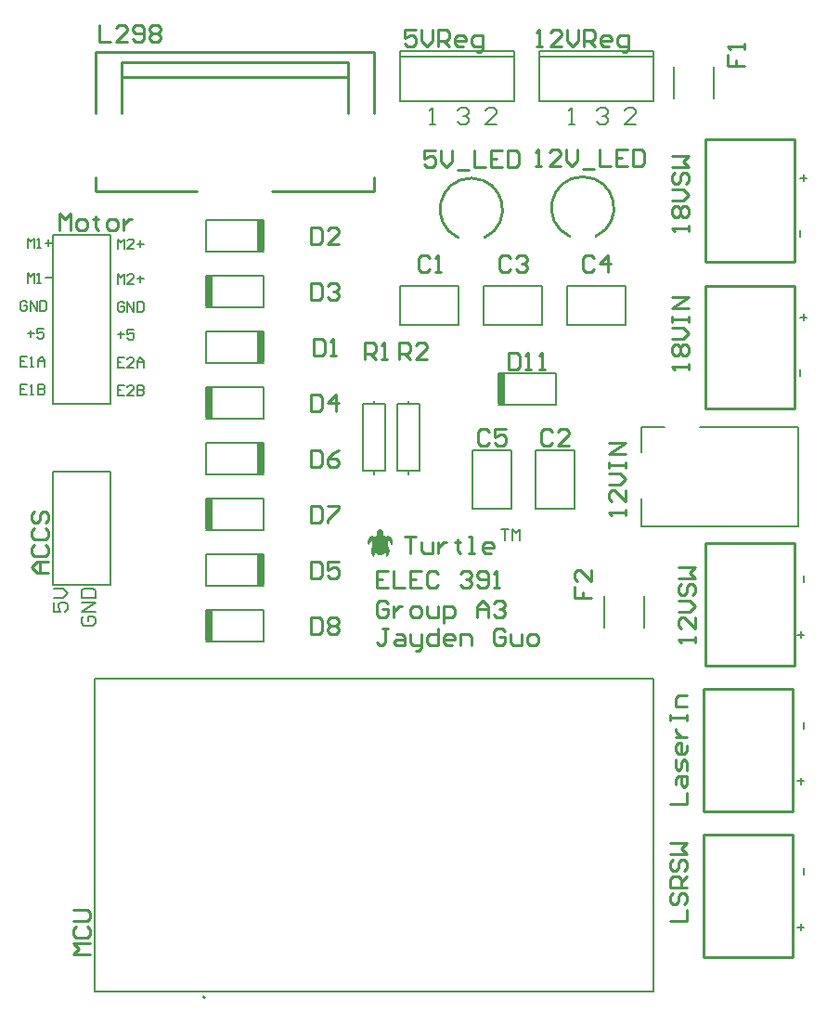
<source format=gto>
G04*
G04 #@! TF.GenerationSoftware,Altium Limited,Altium Designer,24.0.1 (36)*
G04*
G04 Layer_Color=65535*
%FSLAX44Y44*%
%MOMM*%
G71*
G04*
G04 #@! TF.SameCoordinates,43BDCCDE-791F-4BA8-B158-4DCCD13140C2*
G04*
G04*
G04 #@! TF.FilePolarity,Positive*
G04*
G01*
G75*
%ADD10C,0.2000*%
%ADD11C,0.2540*%
%ADD12C,0.1524*%
%ADD13C,0.1270*%
%ADD14C,0.2032*%
%ADD15C,0.1500*%
%ADD16R,0.8000X2.8000*%
G36*
X343535Y450003D02*
X344170D01*
Y449792D01*
X344593D01*
Y449580D01*
X344805D01*
Y449368D01*
X345228D01*
Y449157D01*
X345440D01*
Y448945D01*
X345652D01*
Y448733D01*
X345863D01*
Y448310D01*
X346075D01*
Y448098D01*
X346287D01*
Y447675D01*
X346498D01*
Y447252D01*
X346710D01*
Y446828D01*
X346922D01*
Y446193D01*
X347133D01*
Y445347D01*
X347345D01*
Y443653D01*
X347133D01*
Y442807D01*
X346922D01*
Y442172D01*
X346710D01*
Y441960D01*
X346075D01*
Y442172D01*
X345863D01*
Y442595D01*
X345652D01*
Y442807D01*
X345440D01*
Y443230D01*
X345228D01*
Y443653D01*
X345017D01*
Y444077D01*
X344805D01*
Y444288D01*
X344593D01*
Y444500D01*
X344382D01*
Y444923D01*
X344170D01*
Y445135D01*
X343747D01*
Y445347D01*
X343323D01*
Y445558D01*
X342900D01*
Y444500D01*
X343112D01*
Y442807D01*
X343323D01*
Y441748D01*
X343112D01*
Y440267D01*
X343323D01*
Y439843D01*
X343535D01*
Y439632D01*
X343747D01*
Y439208D01*
X343958D01*
Y438573D01*
X344170D01*
Y437727D01*
X344382D01*
Y435187D01*
X344170D01*
Y434128D01*
X343958D01*
Y433705D01*
X343747D01*
Y433070D01*
X343535D01*
Y432858D01*
X343323D01*
Y432435D01*
X343112D01*
Y432223D01*
X342900D01*
Y432012D01*
X342688D01*
Y431588D01*
X342477D01*
Y431377D01*
X342265D01*
Y431165D01*
X341842D01*
Y430953D01*
X341418D01*
Y431165D01*
X341207D01*
Y432223D01*
X340995D01*
Y434552D01*
X340783D01*
Y434975D01*
X340572D01*
Y434763D01*
X340360D01*
Y434552D01*
X340148D01*
Y434340D01*
X339937D01*
Y434128D01*
X339725D01*
Y433917D01*
X339302D01*
Y433705D01*
X339090D01*
Y433493D01*
X338667D01*
Y433282D01*
X338243D01*
Y433070D01*
X337820D01*
Y432858D01*
X336973D01*
Y432647D01*
X334857D01*
Y432858D01*
X334010D01*
Y433070D01*
X333587D01*
Y433282D01*
X333163D01*
Y433493D01*
X332740D01*
Y433705D01*
X332528D01*
Y433917D01*
X332105D01*
Y434128D01*
X331893D01*
Y434340D01*
X331682D01*
Y434552D01*
X331470D01*
Y434763D01*
X331258D01*
Y434975D01*
X331047D01*
Y434552D01*
X330835D01*
Y432223D01*
X330623D01*
Y431165D01*
X330412D01*
Y430953D01*
X329988D01*
Y431165D01*
X329565D01*
Y431377D01*
X329353D01*
Y431588D01*
X329142D01*
Y432012D01*
X328930D01*
Y432223D01*
X328718D01*
Y432435D01*
X328507D01*
Y432858D01*
X328295D01*
Y433070D01*
X328083D01*
Y433705D01*
X327872D01*
Y434128D01*
X327660D01*
Y435187D01*
X327448D01*
Y437727D01*
X327660D01*
Y438573D01*
X327872D01*
Y439208D01*
X328083D01*
Y439632D01*
X328295D01*
Y439843D01*
X328507D01*
Y440267D01*
X328718D01*
Y441748D01*
X328507D01*
Y442807D01*
X328718D01*
Y444500D01*
X328930D01*
Y445558D01*
X328507D01*
Y445347D01*
X328083D01*
Y445135D01*
X327660D01*
Y444923D01*
X327448D01*
Y444500D01*
X327237D01*
Y444288D01*
X327025D01*
Y444077D01*
X326813D01*
Y443653D01*
X326602D01*
Y443230D01*
X326390D01*
Y442807D01*
X326178D01*
Y442595D01*
X325967D01*
Y442172D01*
X325755D01*
Y441960D01*
X325120D01*
Y442172D01*
X324908D01*
Y442807D01*
X324697D01*
Y443653D01*
X324485D01*
Y445347D01*
X324697D01*
Y446193D01*
X324908D01*
Y446828D01*
X325120D01*
Y447252D01*
X325332D01*
Y447675D01*
X325543D01*
Y448098D01*
X325755D01*
Y448310D01*
X325967D01*
Y448733D01*
X326178D01*
Y448945D01*
X326390D01*
Y449157D01*
X326602D01*
Y449368D01*
X327025D01*
Y449580D01*
X327237D01*
Y449792D01*
X327660D01*
Y450003D01*
X329353D01*
Y449792D01*
X329565D01*
Y449580D01*
X330200D01*
Y449368D01*
X331258D01*
Y449580D01*
X331470D01*
Y449792D01*
X331682D01*
Y450003D01*
X332105D01*
Y450215D01*
X332317D01*
Y450427D01*
X332528D01*
Y450638D01*
X332740D01*
Y450850D01*
X332952D01*
Y451908D01*
X332740D01*
Y452967D01*
X332952D01*
Y453813D01*
X333163D01*
Y454237D01*
X333375D01*
Y454448D01*
X333587D01*
Y454872D01*
X333798D01*
Y455083D01*
X334010D01*
Y455295D01*
X334222D01*
Y455507D01*
X334433D01*
Y455718D01*
X334645D01*
Y455930D01*
X334857D01*
Y456142D01*
X335280D01*
Y456353D01*
X336550D01*
Y456142D01*
X336973D01*
Y455930D01*
X337185D01*
Y455718D01*
X337397D01*
Y455507D01*
X337608D01*
Y455295D01*
X337820D01*
Y455083D01*
X338032D01*
Y454872D01*
X338243D01*
Y454448D01*
X338455D01*
Y454237D01*
X338667D01*
Y453813D01*
X338878D01*
Y452967D01*
X339090D01*
Y451908D01*
X338878D01*
Y450850D01*
X339090D01*
Y450638D01*
X339302D01*
Y450427D01*
X339513D01*
Y450215D01*
X339725D01*
Y450003D01*
X340148D01*
Y449792D01*
X340360D01*
Y449580D01*
X340572D01*
Y449368D01*
X341630D01*
Y449580D01*
X342265D01*
Y449792D01*
X342477D01*
Y450003D01*
X343323D01*
X343535D01*
D02*
G37*
D10*
X176050Y29300D02*
G03*
X176050Y29300I-1000J0D01*
G01*
X506730Y642620D02*
X560070D01*
X506730Y678180D02*
X560070D01*
X506730Y642620D02*
Y678180D01*
X560070Y642620D02*
Y678180D01*
X37211Y405511D02*
X89789D01*
X37211Y508889D02*
X89789D01*
Y405511D02*
Y508889D01*
X37211Y405511D02*
Y508889D01*
X229700Y354300D02*
Y382300D01*
X176700Y354300D02*
X229700D01*
X176700Y382300D02*
X229700D01*
X481400Y887600D02*
X585400D01*
X481400Y846455D02*
Y892600D01*
Y846455D02*
X585400D01*
Y892600D01*
X481400D02*
X585400D01*
X430530Y678180D02*
X483870D01*
X430530Y642620D02*
X483870D01*
Y678180D01*
X430530Y642620D02*
Y678180D01*
X176700Y405100D02*
Y433100D01*
X229700D01*
X176700Y405100D02*
X229700D01*
Y455900D02*
Y483900D01*
X176700Y455900D02*
X229700D01*
X176700Y483900D02*
X229700D01*
X176700Y506700D02*
Y534700D01*
X229700D01*
X176700Y506700D02*
X229700D01*
X320040Y509270D02*
X340360D01*
X320040D02*
Y570230D01*
X340360D01*
Y509270D02*
Y570230D01*
X330200Y506095D02*
Y509270D01*
Y570230D02*
Y573405D01*
X351790Y509270D02*
X372110D01*
X351790D02*
Y570230D01*
X372110D01*
Y509270D02*
Y570230D01*
X361950Y506095D02*
Y509270D01*
Y570230D02*
Y573405D01*
X354400Y887600D02*
X458400D01*
X354400Y846455D02*
Y892600D01*
Y846455D02*
X458400D01*
Y892600D01*
X354400D02*
X458400D01*
X574040Y459190D02*
X717550D01*
Y549190D01*
X574040Y526190D02*
Y549190D01*
X595630D01*
X627380D02*
X717550D01*
X574040Y459190D02*
Y483870D01*
X455930Y474980D02*
Y528320D01*
X420370Y474980D02*
Y528320D01*
Y474980D02*
X455930D01*
X420370Y528320D02*
X455930D01*
X496400Y570200D02*
Y598200D01*
X443400Y570200D02*
X496400D01*
X443400Y598200D02*
X496400D01*
X229700Y557500D02*
Y585500D01*
X176700Y557500D02*
X229700D01*
X176700Y585500D02*
X229700D01*
X176700Y709900D02*
Y737900D01*
X229700D01*
X176700Y709900D02*
X229700D01*
Y659100D02*
Y687100D01*
X176700Y659100D02*
X229700D01*
X176700Y687100D02*
X229700D01*
X176700Y608300D02*
Y636300D01*
X229700D01*
X176700Y608300D02*
X229700D01*
X354330Y678180D02*
X407670D01*
X354330Y642620D02*
X407670D01*
Y678180D01*
X354330Y642620D02*
Y678180D01*
X37211Y570230D02*
Y724789D01*
Y570230D02*
X89789D01*
Y724789D01*
X37211D02*
X89789D01*
X513080Y474980D02*
Y528320D01*
X477520Y474980D02*
Y528320D01*
Y474980D02*
X513080D01*
X477520Y528320D02*
X513080D01*
D11*
X532723Y723517D02*
G03*
X508677Y723517I-12023J25783D01*
G01*
X431123Y722247D02*
G03*
X407077Y722247I-12023J25783D01*
G01*
X631190Y65730D02*
Y177490D01*
X712470Y65730D02*
Y177490D01*
X631190Y65730D02*
X712470D01*
X631190Y177490D02*
X712470D01*
X631190Y199080D02*
Y310840D01*
X712470Y199080D02*
Y310840D01*
X631190Y199080D02*
X712470D01*
X631190Y310840D02*
X712470D01*
X713740Y331470D02*
Y443230D01*
X632460Y331470D02*
Y443230D01*
X713740D01*
X632460Y331470D02*
X713740D01*
Y566420D02*
Y678180D01*
X632460Y566420D02*
Y678180D01*
X713740D01*
X632460Y566420D02*
X713740D01*
X632460Y699770D02*
Y811530D01*
X713740Y699770D02*
Y811530D01*
X632460Y699770D02*
X713740D01*
X632460Y811530D02*
X713740D01*
X306705Y835787D02*
Y868934D01*
X99695D02*
X306705D01*
Y882142D01*
X99695Y835787D02*
Y868934D01*
Y882142D01*
X306705D01*
X76200Y891794D02*
X330200D01*
X237490Y764794D02*
X330200D01*
X76200D02*
X168910D01*
X76200Y835914D02*
Y891794D01*
X330200Y835914D02*
Y891794D01*
X76200Y764794D02*
Y777494D01*
X330200Y764794D02*
Y777494D01*
X513083Y403861D02*
Y393704D01*
X520700D01*
Y398783D01*
Y393704D01*
X528317D01*
Y419096D02*
Y408939D01*
X518161Y419096D01*
X515622D01*
X513083Y416557D01*
Y411478D01*
X515622Y408939D01*
X530861Y703578D02*
X528322Y706117D01*
X523243D01*
X520704Y703578D01*
Y693422D01*
X523243Y690882D01*
X528322D01*
X530861Y693422D01*
X543557Y690882D02*
Y706117D01*
X535939Y698500D01*
X546096D01*
X33017Y416569D02*
X22861D01*
X17782Y421647D01*
X22861Y426726D01*
X33017D01*
X25400D01*
Y416569D01*
X20322Y441961D02*
X17782Y439422D01*
Y434343D01*
X20322Y431804D01*
X30478D01*
X33017Y434343D01*
Y439422D01*
X30478Y441961D01*
X20322Y457196D02*
X17782Y454657D01*
Y449578D01*
X20322Y447039D01*
X30478D01*
X33017Y449578D01*
Y454657D01*
X30478Y457196D01*
X20322Y472431D02*
X17782Y469892D01*
Y464813D01*
X20322Y462274D01*
X22861D01*
X25400Y464813D01*
Y469892D01*
X27939Y472431D01*
X30478D01*
X33017Y469892D01*
Y464813D01*
X30478Y462274D01*
X273054Y375918D02*
Y360682D01*
X280672D01*
X283211Y363222D01*
Y373378D01*
X280672Y375918D01*
X273054D01*
X288289Y373378D02*
X290828Y375918D01*
X295907D01*
X298446Y373378D01*
Y370839D01*
X295907Y368300D01*
X298446Y365761D01*
Y363222D01*
X295907Y360682D01*
X290828D01*
X288289Y363222D01*
Y365761D01*
X290828Y368300D01*
X288289Y370839D01*
Y373378D01*
X290828Y368300D02*
X295907D01*
X600712Y98762D02*
X615947D01*
Y108918D01*
X603252Y124153D02*
X600712Y121614D01*
Y116536D01*
X603252Y113997D01*
X605791D01*
X608330Y116536D01*
Y121614D01*
X610869Y124153D01*
X613408D01*
X615947Y121614D01*
Y116536D01*
X613408Y113997D01*
X615947Y129232D02*
X600712D01*
Y136849D01*
X603252Y139388D01*
X608330D01*
X610869Y136849D01*
Y129232D01*
Y134310D02*
X615947Y139388D01*
X603252Y154623D02*
X600712Y152084D01*
Y147006D01*
X603252Y144467D01*
X605791D01*
X608330Y147006D01*
Y152084D01*
X610869Y154623D01*
X613408D01*
X615947Y152084D01*
Y147006D01*
X613408Y144467D01*
X600712Y159702D02*
X615947D01*
X610869Y164780D01*
X615947Y169858D01*
X600712D01*
X600713Y205446D02*
X615947D01*
Y215603D01*
X605791Y223220D02*
Y228299D01*
X608330Y230838D01*
X615947D01*
Y223220D01*
X613408Y220681D01*
X610869Y223220D01*
Y230838D01*
X615947Y235916D02*
Y243534D01*
X613408Y246073D01*
X610869Y243534D01*
Y238455D01*
X608330Y235916D01*
X605791Y238455D01*
Y246073D01*
X615947Y258769D02*
Y253690D01*
X613408Y251151D01*
X608330D01*
X605791Y253690D01*
Y258769D01*
X608330Y261308D01*
X610869D01*
Y251151D01*
X605791Y266386D02*
X615947D01*
X610869D01*
X608330Y268925D01*
X605791Y271465D01*
Y274004D01*
X600713Y281621D02*
Y286700D01*
Y284161D01*
X615947D01*
Y281621D01*
Y286700D01*
Y294317D02*
X605791D01*
Y301935D01*
X608330Y304474D01*
X615947D01*
X623568Y353071D02*
Y358149D01*
Y355610D01*
X608332D01*
X610872Y353071D01*
X623568Y375924D02*
Y365767D01*
X613411Y375924D01*
X610872D01*
X608332Y373385D01*
Y368306D01*
X610872Y365767D01*
X608332Y381002D02*
X618489D01*
X623568Y386080D01*
X618489Y391159D01*
X608332D01*
X610872Y406394D02*
X608332Y403855D01*
Y398776D01*
X610872Y396237D01*
X613411D01*
X615950Y398776D01*
Y403855D01*
X618489Y406394D01*
X621028D01*
X623568Y403855D01*
Y398776D01*
X621028Y396237D01*
X608332Y411472D02*
X623568D01*
X618489Y416551D01*
X623568Y421629D01*
X608332D01*
X71118Y68587D02*
X55882D01*
X60961Y73665D01*
X55882Y78743D01*
X71118D01*
X58422Y93978D02*
X55882Y91439D01*
Y86361D01*
X58422Y83822D01*
X68578D01*
X71118Y86361D01*
Y91439D01*
X68578Y93978D01*
X55882Y99057D02*
X68578D01*
X71118Y101596D01*
Y106674D01*
X68578Y109213D01*
X55882D01*
X478804Y896622D02*
X483882D01*
X481343D01*
Y911857D01*
X478804Y909317D01*
X501656Y896622D02*
X491499D01*
X501656Y906778D01*
Y909317D01*
X499117Y911857D01*
X494039D01*
X491499Y909317D01*
X506735Y911857D02*
Y901700D01*
X511813Y896622D01*
X516891Y901700D01*
Y911857D01*
X521970Y896622D02*
Y911857D01*
X529587D01*
X532126Y909317D01*
Y904239D01*
X529587Y901700D01*
X521970D01*
X527048D02*
X532126Y896622D01*
X544822D02*
X539744D01*
X537205Y899161D01*
Y904239D01*
X539744Y906778D01*
X544822D01*
X547361Y904239D01*
Y901700D01*
X537205D01*
X557518Y891543D02*
X560057D01*
X562597Y894082D01*
Y906778D01*
X554979D01*
X552440Y904239D01*
Y899161D01*
X554979Y896622D01*
X562597D01*
X617217Y601991D02*
Y607069D01*
Y604530D01*
X601982D01*
X604522Y601991D01*
Y614687D02*
X601982Y617226D01*
Y622304D01*
X604522Y624843D01*
X607061D01*
X609600Y622304D01*
X612139Y624843D01*
X614678D01*
X617217Y622304D01*
Y617226D01*
X614678Y614687D01*
X612139D01*
X609600Y617226D01*
X607061Y614687D01*
X604522D01*
X609600Y617226D02*
Y622304D01*
X601982Y629922D02*
X612139D01*
X617217Y635000D01*
X612139Y640078D01*
X601982D01*
Y645157D02*
Y650235D01*
Y647696D01*
X617217D01*
Y645157D01*
Y650235D01*
Y657853D02*
X601982D01*
X617217Y668009D01*
X601982D01*
X477536Y787402D02*
X482614D01*
X480075D01*
Y802637D01*
X477536Y800098D01*
X500389Y787402D02*
X490232D01*
X500389Y797559D01*
Y800098D01*
X497849Y802637D01*
X492771D01*
X490232Y800098D01*
X505467Y802637D02*
Y792480D01*
X510545Y787402D01*
X515624Y792480D01*
Y802637D01*
X520702Y784863D02*
X530859D01*
X535937Y802637D02*
Y787402D01*
X546094D01*
X561329Y802637D02*
X551172D01*
Y787402D01*
X561329D01*
X551172Y795020D02*
X556251D01*
X566407Y802637D02*
Y787402D01*
X574025D01*
X576564Y789941D01*
Y800098D01*
X574025Y802637D01*
X566407D01*
X617217Y727721D02*
Y732799D01*
Y730260D01*
X601982D01*
X604522Y727721D01*
Y740417D02*
X601982Y742956D01*
Y748035D01*
X604522Y750574D01*
X607061D01*
X609600Y748035D01*
X612139Y750574D01*
X614678D01*
X617217Y748035D01*
Y742956D01*
X614678Y740417D01*
X612139D01*
X609600Y742956D01*
X607061Y740417D01*
X604522D01*
X609600Y742956D02*
Y748035D01*
X601982Y755652D02*
X612139D01*
X617217Y760730D01*
X612139Y765809D01*
X601982D01*
X604522Y781044D02*
X601982Y778505D01*
Y773426D01*
X604522Y770887D01*
X607061D01*
X609600Y773426D01*
Y778505D01*
X612139Y781044D01*
X614678D01*
X617217Y778505D01*
Y773426D01*
X614678Y770887D01*
X601982Y786122D02*
X617217D01*
X612139Y791200D01*
X617217Y796279D01*
X601982D01*
X454661Y703578D02*
X452122Y706117D01*
X447043D01*
X444504Y703578D01*
Y693422D01*
X447043Y690882D01*
X452122D01*
X454661Y693422D01*
X459739Y703578D02*
X462278Y706117D01*
X467357D01*
X469896Y703578D01*
Y701039D01*
X467357Y698500D01*
X464818D01*
X467357D01*
X469896Y695961D01*
Y693422D01*
X467357Y690882D01*
X462278D01*
X459739Y693422D01*
X273054Y426717D02*
Y411483D01*
X280672D01*
X283211Y414022D01*
Y424178D01*
X280672Y426717D01*
X273054D01*
X298446D02*
X288289D01*
Y419100D01*
X293368Y421639D01*
X295907D01*
X298446Y419100D01*
Y414022D01*
X295907Y411483D01*
X290828D01*
X288289Y414022D01*
X273054Y477518D02*
Y462282D01*
X280672D01*
X283211Y464822D01*
Y474978D01*
X280672Y477518D01*
X273054D01*
X288289D02*
X298446D01*
Y474978D01*
X288289Y464822D01*
Y462282D01*
X273054Y528317D02*
Y513083D01*
X280672D01*
X283211Y515622D01*
Y525778D01*
X280672Y528317D01*
X273054D01*
X298446D02*
X293368Y525778D01*
X288289Y520700D01*
Y515622D01*
X290828Y513083D01*
X295907D01*
X298446Y515622D01*
Y518161D01*
X295907Y520700D01*
X288289D01*
X386091Y801367D02*
X375934D01*
Y793750D01*
X381012Y796289D01*
X383551D01*
X386091Y793750D01*
Y788671D01*
X383551Y786132D01*
X378473D01*
X375934Y788671D01*
X391169Y801367D02*
Y791210D01*
X396247Y786132D01*
X401326Y791210D01*
Y801367D01*
X406404Y783593D02*
X416561D01*
X421639Y801367D02*
Y786132D01*
X431796D01*
X447031Y801367D02*
X436874D01*
Y786132D01*
X447031D01*
X436874Y793750D02*
X441953D01*
X452109Y801367D02*
Y786132D01*
X459727D01*
X462266Y788671D01*
Y798828D01*
X459727Y801367D01*
X452109D01*
X321564Y611632D02*
Y626867D01*
X329182D01*
X331721Y624328D01*
Y619249D01*
X329182Y616710D01*
X321564D01*
X326642D02*
X331721Y611632D01*
X336799D02*
X341877D01*
X339338D01*
Y626867D01*
X336799Y624328D01*
X353314Y611632D02*
Y626867D01*
X360932D01*
X363471Y624328D01*
Y619249D01*
X360932Y616710D01*
X353314D01*
X358392D02*
X363471Y611632D01*
X378706D02*
X368549D01*
X378706Y621789D01*
Y624328D01*
X376167Y626867D01*
X371088D01*
X368549Y624328D01*
X368308Y911857D02*
X358152D01*
Y904239D01*
X363230Y906778D01*
X365769D01*
X368308Y904239D01*
Y899161D01*
X365769Y896622D01*
X360691D01*
X358152Y899161D01*
X373387Y911857D02*
Y901700D01*
X378465Y896622D01*
X383543Y901700D01*
Y911857D01*
X388622Y896622D02*
Y911857D01*
X396239D01*
X398778Y909317D01*
Y904239D01*
X396239Y901700D01*
X388622D01*
X393700D02*
X398778Y896622D01*
X411474D02*
X406396D01*
X403857Y899161D01*
Y904239D01*
X406396Y906778D01*
X411474D01*
X414013Y904239D01*
Y901700D01*
X403857D01*
X424170Y891543D02*
X426709D01*
X429249Y894082D01*
Y906778D01*
X421631D01*
X419092Y904239D01*
Y899161D01*
X421631Y896622D01*
X429249D01*
X560067Y468641D02*
Y473719D01*
Y471180D01*
X544832D01*
X547372Y468641D01*
X560067Y491493D02*
Y481337D01*
X549911Y491493D01*
X547372D01*
X544832Y488954D01*
Y483876D01*
X547372Y481337D01*
X544832Y496572D02*
X554989D01*
X560067Y501650D01*
X554989Y506728D01*
X544832D01*
Y511807D02*
Y516885D01*
Y514346D01*
X560067D01*
Y511807D01*
Y516885D01*
Y524503D02*
X544832D01*
X560067Y534659D01*
X544832D01*
X435611Y544828D02*
X433072Y547368D01*
X427993D01*
X425454Y544828D01*
Y534672D01*
X427993Y532132D01*
X433072D01*
X435611Y534672D01*
X450846Y547368D02*
X440689D01*
Y539750D01*
X445768Y542289D01*
X448307D01*
X450846Y539750D01*
Y534672D01*
X448307Y532132D01*
X443228D01*
X440689Y534672D01*
X453395Y617217D02*
Y601982D01*
X461013D01*
X463552Y604522D01*
Y614678D01*
X461013Y617217D01*
X453395D01*
X468630Y601982D02*
X473709D01*
X471170D01*
Y617217D01*
X468630Y614678D01*
X481326Y601982D02*
X486405D01*
X483866D01*
Y617217D01*
X481326Y614678D01*
X273054Y579118D02*
Y563882D01*
X280672D01*
X283211Y566422D01*
Y576578D01*
X280672Y579118D01*
X273054D01*
X295907Y563882D02*
Y579118D01*
X288289Y571500D01*
X298446D01*
X80019Y915667D02*
Y900433D01*
X90176D01*
X105411D02*
X95254D01*
X105411Y910589D01*
Y913128D01*
X102872Y915667D01*
X97793D01*
X95254Y913128D01*
X110489Y902972D02*
X113028Y900433D01*
X118107D01*
X120646Y902972D01*
Y913128D01*
X118107Y915667D01*
X113028D01*
X110489Y913128D01*
Y910589D01*
X113028Y908050D01*
X120646D01*
X125724Y913128D02*
X128263Y915667D01*
X133342D01*
X135881Y913128D01*
Y910589D01*
X133342Y908050D01*
X135881Y905511D01*
Y902972D01*
X133342Y900433D01*
X128263D01*
X125724Y902972D01*
Y905511D01*
X128263Y908050D01*
X125724Y910589D01*
Y913128D01*
X128263Y908050D02*
X133342D01*
X273054Y731517D02*
Y716283D01*
X280672D01*
X283211Y718822D01*
Y728978D01*
X280672Y731517D01*
X273054D01*
X298446Y716283D02*
X288289D01*
X298446Y726439D01*
Y728978D01*
X295907Y731517D01*
X290828D01*
X288289Y728978D01*
X273054Y680717D02*
Y665482D01*
X280672D01*
X283211Y668022D01*
Y678178D01*
X280672Y680717D01*
X273054D01*
X288289Y678178D02*
X290828Y680717D01*
X295907D01*
X298446Y678178D01*
Y675639D01*
X295907Y673100D01*
X293368D01*
X295907D01*
X298446Y670561D01*
Y668022D01*
X295907Y665482D01*
X290828D01*
X288289Y668022D01*
X275593Y629917D02*
Y614683D01*
X283211D01*
X285750Y617222D01*
Y627378D01*
X283211Y629917D01*
X275593D01*
X290828Y614683D02*
X295907D01*
X293368D01*
Y629917D01*
X290828Y627378D01*
X381000Y703578D02*
X378461Y706117D01*
X373382D01*
X370843Y703578D01*
Y693422D01*
X373382Y690882D01*
X378461D01*
X381000Y693422D01*
X386078Y690882D02*
X391157D01*
X388618D01*
Y706117D01*
X386078Y703578D01*
X43191Y728982D02*
Y744218D01*
X48269Y739139D01*
X53347Y744218D01*
Y728982D01*
X60965D02*
X66043D01*
X68583Y731522D01*
Y736600D01*
X66043Y739139D01*
X60965D01*
X58426Y736600D01*
Y731522D01*
X60965Y728982D01*
X76200Y741678D02*
Y739139D01*
X73661D01*
X78739D01*
X76200D01*
Y731522D01*
X78739Y728982D01*
X88896D02*
X93974D01*
X96513Y731522D01*
Y736600D01*
X93974Y739139D01*
X88896D01*
X86357Y736600D01*
Y731522D01*
X88896Y728982D01*
X101592Y739139D02*
Y728982D01*
Y734061D01*
X104131Y736600D01*
X106670Y739139D01*
X109209D01*
X492761Y544828D02*
X490222Y547368D01*
X485143D01*
X482604Y544828D01*
Y534672D01*
X485143Y532132D01*
X490222D01*
X492761Y534672D01*
X507996Y532132D02*
X497839D01*
X507996Y542289D01*
Y544828D01*
X505457Y547368D01*
X500378D01*
X497839Y544828D01*
X652783Y889000D02*
Y878843D01*
X660400D01*
Y883922D01*
Y878843D01*
X668018D01*
Y894078D02*
Y899157D01*
Y896618D01*
X652783D01*
X655322Y894078D01*
X342897Y365753D02*
X337818D01*
X340358D01*
Y353058D01*
X337818Y350518D01*
X335279D01*
X332740Y353058D01*
X350514Y360675D02*
X355593D01*
X358132Y358136D01*
Y350518D01*
X350514D01*
X347975Y353058D01*
X350514Y355597D01*
X358132D01*
X363210Y360675D02*
Y353058D01*
X365749Y350518D01*
X373367D01*
Y347979D01*
X370828Y345440D01*
X368288D01*
X373367Y350518D02*
Y360675D01*
X388602Y365753D02*
Y350518D01*
X380984D01*
X378445Y353058D01*
Y358136D01*
X380984Y360675D01*
X388602D01*
X401298Y350518D02*
X396219D01*
X393680Y353058D01*
Y358136D01*
X396219Y360675D01*
X401298D01*
X403837Y358136D01*
Y355597D01*
X393680D01*
X408915Y350518D02*
Y360675D01*
X416533D01*
X419072Y358136D01*
Y350518D01*
X449542Y363214D02*
X447003Y365753D01*
X441925D01*
X439385Y363214D01*
Y353058D01*
X441925Y350518D01*
X447003D01*
X449542Y353058D01*
Y358136D01*
X444464D01*
X454621Y360675D02*
Y353058D01*
X457160Y350518D01*
X464777D01*
Y360675D01*
X472395Y350518D02*
X477473D01*
X480012Y353058D01*
Y358136D01*
X477473Y360675D01*
X472395D01*
X469856Y358136D01*
Y353058D01*
X472395Y350518D01*
X342897Y388614D02*
X340358Y391153D01*
X335279D01*
X332740Y388614D01*
Y378457D01*
X335279Y375918D01*
X340358D01*
X342897Y378457D01*
Y383536D01*
X337818D01*
X347975Y386075D02*
Y375918D01*
Y380997D01*
X350514Y383536D01*
X353053Y386075D01*
X355593D01*
X365749Y375918D02*
X370828D01*
X373367Y378457D01*
Y383536D01*
X370828Y386075D01*
X365749D01*
X363210Y383536D01*
Y378457D01*
X365749Y375918D01*
X378445Y386075D02*
Y378457D01*
X380984Y375918D01*
X388602D01*
Y386075D01*
X393680Y370840D02*
Y386075D01*
X401298D01*
X403837Y383536D01*
Y378457D01*
X401298Y375918D01*
X393680D01*
X424150D02*
Y386075D01*
X429229Y391153D01*
X434307Y386075D01*
Y375918D01*
Y383536D01*
X424150D01*
X439385Y388614D02*
X441925Y391153D01*
X447003D01*
X449542Y388614D01*
Y386075D01*
X447003Y383536D01*
X444464D01*
X447003D01*
X449542Y380997D01*
Y378457D01*
X447003Y375918D01*
X441925D01*
X439385Y378457D01*
X358140Y449575D02*
X368297D01*
X363218D01*
Y434340D01*
X373375Y444497D02*
Y436879D01*
X375914Y434340D01*
X383532D01*
Y444497D01*
X388610D02*
Y434340D01*
Y439418D01*
X391149Y441958D01*
X393689Y444497D01*
X396228D01*
X406384Y447036D02*
Y444497D01*
X403845D01*
X408924D01*
X406384D01*
Y436879D01*
X408924Y434340D01*
X416541D02*
X421619D01*
X419080D01*
Y449575D01*
X416541D01*
X436855Y434340D02*
X431776D01*
X429237Y436879D01*
Y441958D01*
X431776Y444497D01*
X436855D01*
X439394Y441958D01*
Y439418D01*
X429237D01*
X342897Y417825D02*
X332740D01*
Y402590D01*
X342897D01*
X332740Y410207D02*
X337818D01*
X347975Y417825D02*
Y402590D01*
X358132D01*
X373367Y417825D02*
X363210D01*
Y402590D01*
X373367D01*
X363210Y410207D02*
X368288D01*
X388602Y415286D02*
X386063Y417825D01*
X380984D01*
X378445Y415286D01*
Y405129D01*
X380984Y402590D01*
X386063D01*
X388602Y405129D01*
X408915Y415286D02*
X411455Y417825D01*
X416533D01*
X419072Y415286D01*
Y412747D01*
X416533Y410207D01*
X413994D01*
X416533D01*
X419072Y407668D01*
Y405129D01*
X416533Y402590D01*
X411455D01*
X408915Y405129D01*
X424150D02*
X426690Y402590D01*
X431768D01*
X434307Y405129D01*
Y415286D01*
X431768Y417825D01*
X426690D01*
X424150Y415286D01*
Y412747D01*
X426690Y410207D01*
X434307D01*
X439385Y402590D02*
X444464D01*
X441925D01*
Y417825D01*
X439385Y415286D01*
D12*
X540512Y366967D02*
Y395033D01*
X577088Y366967D02*
Y395033D01*
X604012Y849567D02*
Y877633D01*
X640588Y849567D02*
Y877633D01*
X722376Y274574D02*
Y280499D01*
X719414Y223774D02*
Y229699D01*
X716451Y226736D02*
X722376D01*
X722376Y141224D02*
Y147149D01*
X719414Y90424D02*
Y96349D01*
X716451Y93386D02*
X722376D01*
X722376Y407924D02*
Y413849D01*
X719414Y357124D02*
Y363049D01*
X716451Y360086D02*
X722376D01*
X719074Y601726D02*
Y595801D01*
X722036Y652526D02*
Y646601D01*
X724999Y649564D02*
X719074D01*
X722036Y779526D02*
Y773601D01*
X724999Y776564D02*
X719074D01*
Y728726D02*
Y722801D01*
X102429Y587536D02*
X96504D01*
Y578648D01*
X102429D01*
X96504Y583092D02*
X99466D01*
X111316Y578648D02*
X105391D01*
X111316Y584573D01*
Y586054D01*
X109835Y587536D01*
X106873D01*
X105391Y586054D01*
X114278Y587536D02*
Y578648D01*
X118722D01*
X120203Y580130D01*
Y581611D01*
X118722Y583092D01*
X114278D01*
X118722D01*
X120203Y584573D01*
Y586054D01*
X118722Y587536D01*
X114278D01*
X102429Y612935D02*
X96504D01*
Y604048D01*
X102429D01*
X96504Y608492D02*
X99466D01*
X111316Y604048D02*
X105391D01*
X111316Y609973D01*
Y611454D01*
X109835Y612935D01*
X106873D01*
X105391Y611454D01*
X114278Y604048D02*
Y609973D01*
X117241Y612935D01*
X120203Y609973D01*
Y604048D01*
Y608492D01*
X114278D01*
X96504Y633892D02*
X102429D01*
X99466Y636854D02*
Y630929D01*
X111316Y638335D02*
X105391D01*
Y633892D01*
X108354Y635373D01*
X109835D01*
X111316Y633892D01*
Y630929D01*
X109835Y629448D01*
X106873D01*
X105391Y630929D01*
X102429Y662254D02*
X100948Y663736D01*
X97985D01*
X96504Y662254D01*
Y656329D01*
X97985Y654848D01*
X100948D01*
X102429Y656329D01*
Y659292D01*
X99466D01*
X105391Y654848D02*
Y663736D01*
X111316Y654848D01*
Y663736D01*
X114278D02*
Y654848D01*
X118722D01*
X120203Y656329D01*
Y662254D01*
X118722Y663736D01*
X114278D01*
X96504Y680248D02*
Y689136D01*
X99466Y686173D01*
X102429Y689136D01*
Y680248D01*
X111316D02*
X105391D01*
X111316Y686173D01*
Y687654D01*
X109835Y689136D01*
X106873D01*
X105391Y687654D01*
X114278Y684692D02*
X120203D01*
X117241Y687654D02*
Y681730D01*
X96504Y711998D02*
Y720885D01*
X99466Y717923D01*
X102429Y720885D01*
Y711998D01*
X111316D02*
X105391D01*
X111316Y717923D01*
Y719404D01*
X109835Y720885D01*
X106873D01*
X105391Y719404D01*
X114278Y716442D02*
X120203D01*
X117241Y719404D02*
Y713480D01*
X13799Y588261D02*
X7874D01*
Y579374D01*
X13799D01*
X7874Y583818D02*
X10836D01*
X16761Y579374D02*
X19724D01*
X18242D01*
Y588261D01*
X16761Y586780D01*
X24167Y588261D02*
Y579374D01*
X28611D01*
X30092Y580855D01*
Y582336D01*
X28611Y583818D01*
X24167D01*
X28611D01*
X30092Y585299D01*
Y586780D01*
X28611Y588261D01*
X24167D01*
X13799Y613661D02*
X7874D01*
Y604774D01*
X13799D01*
X7874Y609218D02*
X10836D01*
X16761Y604774D02*
X19724D01*
X18242D01*
Y613661D01*
X16761Y612180D01*
X24167Y604774D02*
Y610699D01*
X27129Y613661D01*
X30092Y610699D01*
Y604774D01*
Y609218D01*
X24167D01*
X14224Y634618D02*
X20149D01*
X17186Y637580D02*
Y631655D01*
X29036Y639061D02*
X23111D01*
Y634618D01*
X26074Y636099D01*
X27555D01*
X29036Y634618D01*
Y631655D01*
X27555Y630174D01*
X24592D01*
X23111Y631655D01*
X13799Y662980D02*
X12318Y664461D01*
X9355D01*
X7874Y662980D01*
Y657055D01*
X9355Y655574D01*
X12318D01*
X13799Y657055D01*
Y660018D01*
X10836D01*
X16761Y655574D02*
Y664461D01*
X22686Y655574D01*
Y664461D01*
X25648D02*
Y655574D01*
X30092D01*
X31573Y657055D01*
Y662980D01*
X30092Y664461D01*
X25648D01*
X14224Y680974D02*
Y689861D01*
X17186Y686899D01*
X20149Y689861D01*
Y680974D01*
X23111D02*
X26074D01*
X24592D01*
Y689861D01*
X23111Y688380D01*
X30517Y685418D02*
X36442D01*
X14224Y712724D02*
Y721611D01*
X17186Y718649D01*
X20149Y721611D01*
Y712724D01*
X23111D02*
X26074D01*
X24592D01*
Y721611D01*
X23111Y720130D01*
X30517Y717168D02*
X36442D01*
X33479Y720130D02*
Y714205D01*
X446024Y456181D02*
X452795D01*
X449410D01*
Y446024D01*
X456181D02*
Y456181D01*
X459566Y452795D01*
X462952Y456181D01*
Y446024D01*
D13*
X75450Y320100D02*
X584950D01*
Y35000D02*
Y320100D01*
X75450Y35000D02*
Y320100D01*
Y35000D02*
X584950D01*
X75450D02*
Y145690D01*
Y212800D01*
Y320100D01*
Y35000D02*
X584950D01*
X75450Y320100D02*
X584950D01*
Y35000D02*
Y88700D01*
Y265600D01*
Y320100D01*
D14*
X65620Y376764D02*
X63504Y374648D01*
Y370416D01*
X65620Y368300D01*
X74084D01*
X76200Y370416D01*
Y374648D01*
X74084Y376764D01*
X69852D01*
Y372532D01*
X76200Y380996D02*
X63504D01*
X76200Y389460D01*
X63504D01*
Y393692D02*
X76200D01*
Y400040D01*
X74084Y402156D01*
X65620D01*
X63504Y400040D01*
Y393692D01*
X38104Y389464D02*
Y381000D01*
X44452D01*
X42336Y385232D01*
Y387348D01*
X44452Y389464D01*
X48684D01*
X50800Y387348D01*
Y383116D01*
X48684Y381000D01*
X38104Y393696D02*
X46568D01*
X50800Y397928D01*
X46568Y402160D01*
X38104D01*
D15*
X508000Y825500D02*
X512998D01*
X510499D01*
Y840495D01*
X508000Y837996D01*
X568797Y825500D02*
X558800D01*
X568797Y835497D01*
Y837996D01*
X566298Y840495D01*
X561299D01*
X558800Y837996D01*
X533400D02*
X535899Y840495D01*
X540898D01*
X543397Y837996D01*
Y835497D01*
X540898Y832998D01*
X538398D01*
X540898D01*
X543397Y830498D01*
Y827999D01*
X540898Y825500D01*
X535899D01*
X533400Y827999D01*
X381000Y825500D02*
X385998D01*
X383499D01*
Y840495D01*
X381000Y837996D01*
X441797Y825500D02*
X431800D01*
X441797Y835497D01*
Y837996D01*
X439298Y840495D01*
X434299D01*
X431800Y837996D01*
X406400D02*
X408899Y840495D01*
X413898D01*
X416397Y837996D01*
Y835497D01*
X413898Y832998D01*
X411398D01*
X413898D01*
X416397Y830498D01*
Y827999D01*
X413898Y825500D01*
X408899D01*
X406400Y827999D01*
D16*
X179661Y368272D02*
D03*
X226702Y419174D02*
D03*
X179662Y469872D02*
D03*
X226702Y520781D02*
D03*
X446387Y584149D02*
D03*
X179662Y571467D02*
D03*
X226702Y723972D02*
D03*
X179656Y673071D02*
D03*
X226702Y622370D02*
D03*
M02*

</source>
